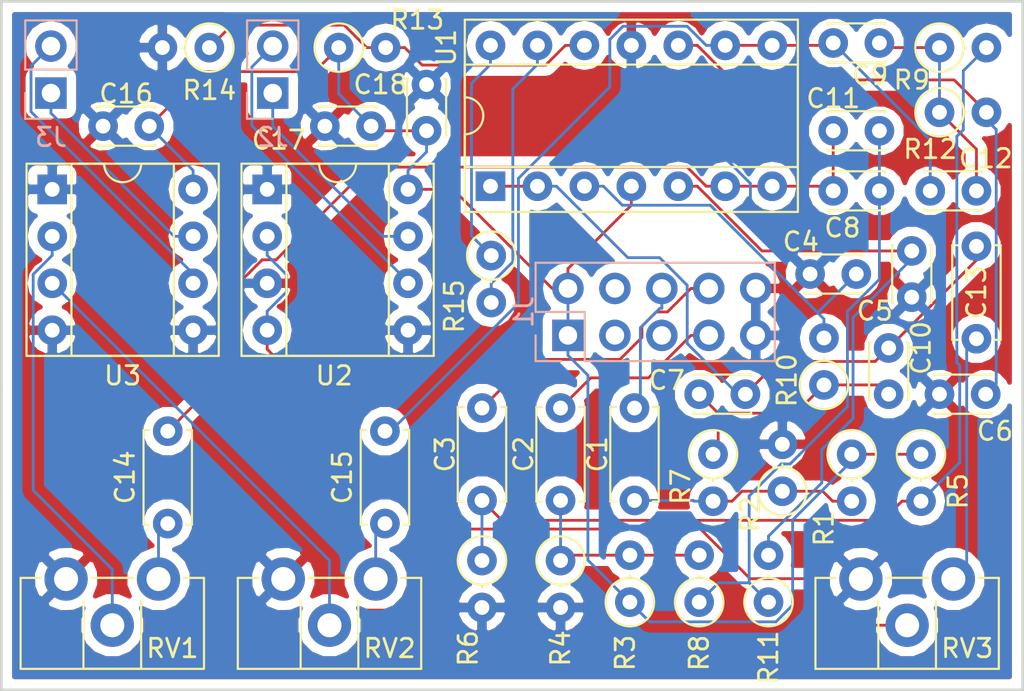
<source format=kicad_pcb>
(kicad_pcb (version 4) (host pcbnew 4.0.6)
  (title_block (title "Sound Fix for gbreveng board") (date 2020-08-08) (rev 1) (company "Author: Michael Singer") (comment 1 https://sourceforge.net/projects/iceboy/) (comment 2 http://iceboy.a-singer.de/))
  (layers (0 F.Cu signal) (31 B.Cu signal) (34 B.Paste user) (35 F.Paste user) (36 B.SilkS user) (37 F.SilkS user) (38 B.Mask user) (39 F.Mask user) (44 Edge.Cuts user))
  (net 0 "")
  (net 1 "Net-(C1-Pad1)")
  (net 2 "Net-(C1-Pad2)")
  (net 3 "Net-(C2-Pad1)")
  (net 4 "Net-(C2-Pad2)")
  (net 5 "Net-(C3-Pad1)")
  (net 6 "Net-(C3-Pad2)")
  (net 7 GND)
  (net 8 "Net-(C4-Pad2)")
  (net 9 "Net-(C5-Pad1)")
  (net 10 "Net-(C6-Pad1)")
  (net 11 "Net-(C10-Pad1)")
  (net 12 "Net-(C10-Pad2)")
  (net 13 "Net-(C11-Pad1)")
  (net 14 "Net-(C11-Pad2)")
  (net 15 "Net-(C12-Pad1)")
  (net 16 "Net-(C12-Pad2)")
  (net 17 "Net-(C13-Pad1)")
  (net 18 "Net-(C14-Pad1)")
  (net 19 "Net-(C15-Pad1)")
  (net 20 VCC)
  (net 21 "Net-(J1-Pad3)")
  (net 22 "Net-(J1-Pad4)")
  (net 23 "Net-(J1-Pad5)")
  (net 24 "Net-(J2-Pad1)")
  (net 25 "Net-(J2-Pad2)")
  (net 26 "Net-(J3-Pad1)")
  (net 27 "Net-(J3-Pad2)")
  (net 28 "Net-(R13-Pad2)")
  (net 29 "Net-(R15-Pad1)")
  (net 30 "Net-(R15-Pad2)")
  (net 31 "Net-(RV1-Pad2)")
  (net 32 "Net-(RV2-Pad2)")
  (net 33 "Net-(RV3-Pad2)")
  (module Potentiometers:Potentiometer_Trimmer_ACP_CA9h2.5_Vertical_Px2.5mm_Py5.0mm (layer F.Cu) (at 87.25 173.25 270)
    (fp_text reference RV2 (at 3.75 -0.75 360) (layer F.SilkS))
    (fp_text value 100k)
    (pad 3 thru_hole circle (at 0 5 270) (size 2.34 2.34) (drill 1.3) (layers *.Cu *.Mask) (net 7 GND))
    (pad 2 thru_hole circle (at 2.5 2.5 270) (size 2.34 2.34) (drill 1.3) (layers *.Cu *.Mask) (net 32 "Net-(RV2-Pad2)"))
    (pad 1 thru_hole circle (at 0 0 270) (size 2.34 2.34) (drill 1.3) (layers *.Cu *.Mask) (net 19 "Net-(C15-Pad1)"))
  )
  (module Potentiometers:Potentiometer_Trimmer_ACP_CA9h2.5_Vertical_Px2.5mm_Py5.0mm (layer F.Cu) (at 75.5 173.25 270)
    (fp_text reference RV1 (at 3.75 -0.75 540) (layer F.SilkS))
    (fp_text value 100k)
    (pad 3 thru_hole circle (at 0 5 270) (size 2.34 2.34) (drill 1.3) (layers *.Cu *.Mask) (net 7 GND))
    (pad 2 thru_hole circle (at 2.5 2.5 270) (size 2.34 2.34) (drill 1.3) (layers *.Cu *.Mask) (net 31 "Net-(RV1-Pad2)"))
    (pad 1 thru_hole circle (at 0 0 270) (size 2.34 2.34) (drill 1.3) (layers *.Cu *.Mask) (net 18 "Net-(C14-Pad1)"))
  )
  (module Potentiometers:Potentiometer_Trimmer_ACP_CA9h2.5_Vertical_Px2.5mm_Py5.0mm (layer F.Cu) (at 118.5 173.25 270)
    (fp_text reference RV3 (at 3.75 -0.75 360) (layer F.SilkS))
    (fp_text value 100k)
    (pad 3 thru_hole circle (at 0 5 270) (size 2.34 2.34) (drill 1.3) (layers *.Cu *.Mask) (net 7 GND))
    (pad 2 thru_hole circle (at 2.5 2.5 270) (size 2.34 2.34) (drill 1.3) (layers *.Cu *.Mask) (net 33 "Net-(RV3-Pad2)"))
    (pad 1 thru_hole circle (at 0 0 270) (size 2.34 2.34) (drill 1.3) (layers *.Cu *.Mask) (net 17 "Net-(C13-Pad1)"))
  )
  (module Pin_Headers:Pin_Header_Straight_2x05_Pitch2.54mm (layer B.Cu) (at 97.7 160.1 270)
    (fp_text reference J1 (at -1.3 2.43869 270) (layer B.SilkS) (effects (justify mirror)))
    (fp_text value CONN_02X05)
    (pad 1 thru_hole rect (at -0.03 0.04869 270) (size 1.7 1.7) (drill 1) (layers *.Cu *.Mask) (net 20 VCC))
    (pad 2 thru_hole oval (at -2.57 0.04869 270) (size 1.7 1.7) (drill 1) (layers *.Cu *.Mask) (net 20 VCC))
    (pad 3 thru_hole oval (at -0.03 -2.49131 270) (size 1.7 1.7) (drill 1) (layers *.Cu *.Mask) (net 21 "Net-(J1-Pad3)"))
    (pad 4 thru_hole oval (at -2.57 -2.49131 270) (size 1.7 1.7) (drill 1) (layers *.Cu *.Mask) (net 22 "Net-(J1-Pad4)"))
    (pad 5 thru_hole oval (at -0.03 -5.03131 270) (size 1.7 1.7) (drill 1) (layers *.Cu *.Mask) (net 23 "Net-(J1-Pad5)"))
    (pad 6 thru_hole oval (at -2.57 -5.03131 270) (size 1.7 1.7) (drill 1) (layers *.Cu *.Mask) (net 2 "Net-(C1-Pad2)"))
    (pad 7 thru_hole oval (at -0.03 -7.57131 270) (size 1.7 1.7) (drill 1) (layers *.Cu *.Mask) (net 4 "Net-(C2-Pad2)"))
    (pad 8 thru_hole oval (at -2.57 -7.57131 270) (size 1.7 1.7) (drill 1) (layers *.Cu *.Mask) (net 6 "Net-(C3-Pad2)"))
    (pad 9 thru_hole oval (at -0.03 -10.11131 270) (size 1.7 1.7) (drill 1) (layers *.Cu *.Mask) (net 7 GND))
    (pad 10 thru_hole oval (at -2.57 -10.11131 270) (size 1.7 1.7) (drill 1) (layers *.Cu *.Mask) (net 7 GND))
  )
  (module Capacitors_THT:C_Disc_D5.0mm_W2.5mm_P5.00mm (layer F.Cu) (at 101.25 169 90)
    (fp_text reference C1 (at 2.5 -2 90) (layer F.SilkS))
    (fp_text value 1µ)
    (pad 1 thru_hole circle (at 0 0 90) (size 1.6 1.6) (drill 0.8) (layers *.Cu *.Mask) (net 1 "Net-(C1-Pad1)"))
    (pad 2 thru_hole circle (at 5 0 90) (size 1.6 1.6) (drill 0.8) (layers *.Cu *.Mask) (net 2 "Net-(C1-Pad2)"))
  )
  (module Capacitors_THT:C_Disc_D5.0mm_W2.5mm_P5.00mm (layer F.Cu) (at 97.25 169 90)
    (fp_text reference C2 (at 2.5 -2 90) (layer F.SilkS))
    (fp_text value 1µ)
    (pad 1 thru_hole circle (at 0 0 90) (size 1.6 1.6) (drill 0.8) (layers *.Cu *.Mask) (net 3 "Net-(C2-Pad1)"))
    (pad 2 thru_hole circle (at 5 0 90) (size 1.6 1.6) (drill 0.8) (layers *.Cu *.Mask) (net 4 "Net-(C2-Pad2)"))
  )
  (module Capacitors_THT:C_Disc_D5.0mm_W2.5mm_P5.00mm (layer F.Cu) (at 93 169 90)
    (fp_text reference C3 (at 2.5 -2 90) (layer F.SilkS))
    (fp_text value 1µ)
    (pad 1 thru_hole circle (at 0 0 90) (size 1.6 1.6) (drill 0.8) (layers *.Cu *.Mask) (net 5 "Net-(C3-Pad1)"))
    (pad 2 thru_hole circle (at 5 0 90) (size 1.6 1.6) (drill 0.8) (layers *.Cu *.Mask) (net 6 "Net-(C3-Pad2)"))
  )
  (module Capacitors_THT:C_Disc_D3.0mm_W2.0mm_P2.50mm (layer F.Cu) (at 110.75 156.75)
    (fp_text reference C4 (at -0.5 -1.75) (layer F.SilkS))
    (fp_text value 1n)
    (pad 1 thru_hole circle (at 0 0) (size 1.6 1.6) (drill 0.8) (layers *.Cu *.Mask) (net 7 GND))
    (pad 2 thru_hole circle (at 2.5 0) (size 1.6 1.6) (drill 0.8) (layers *.Cu *.Mask) (net 8 "Net-(C4-Pad2)"))
  )
  (module Capacitors_THT:C_Disc_D3.0mm_W2.0mm_P2.50mm (layer F.Cu) (at 116.25 155.5 270)
    (fp_text reference C5 (at 3.25 2 360) (layer F.SilkS))
    (fp_text value 1n)
    (pad 1 thru_hole circle (at 0 0 270) (size 1.6 1.6) (drill 0.8) (layers *.Cu *.Mask) (net 9 "Net-(C5-Pad1)"))
    (pad 2 thru_hole circle (at 2.5 0 270) (size 1.6 1.6) (drill 0.8) (layers *.Cu *.Mask) (net 7 GND))
  )
  (module Capacitors_THT:C_Disc_D3.0mm_W2.0mm_P2.50mm (layer F.Cu) (at 120.25 163.25 180)
    (fp_text reference C6 (at -0.5 -2 180) (layer F.SilkS))
    (fp_text value 1n)
    (pad 1 thru_hole circle (at 0 0 180) (size 1.6 1.6) (drill 0.8) (layers *.Cu *.Mask) (net 10 "Net-(C6-Pad1)"))
    (pad 2 thru_hole circle (at 2.5 0 180) (size 1.6 1.6) (drill 0.8) (layers *.Cu *.Mask) (net 7 GND))
  )
  (module Capacitors_THT:C_Disc_D3.0mm_W2.0mm_P2.50mm (layer F.Cu) (at 104.75 163.25)
    (fp_text reference C7 (at -1.75 -0.75) (layer F.SilkS))
    (fp_text value 1n)
    (pad 1 thru_hole circle (at 0 0) (size 1.6 1.6) (drill 0.8) (layers *.Cu *.Mask) (net 11 "Net-(C10-Pad1)"))
    (pad 2 thru_hole circle (at 2.5 0) (size 1.6 1.6) (drill 0.8) (layers *.Cu *.Mask) (net 12 "Net-(C10-Pad2)"))
  )
  (module Capacitors_THT:C_Disc_D3.0mm_W2.0mm_P2.50mm (layer F.Cu) (at 114.5 152.25 180)
    (fp_text reference C8 (at 2 -2 180) (layer F.SilkS))
    (fp_text value 1n)
    (pad 1 thru_hole circle (at 0 0 180) (size 1.6 1.6) (drill 0.8) (layers *.Cu *.Mask) (net 13 "Net-(C11-Pad1)"))
    (pad 2 thru_hole circle (at 2.5 0 180) (size 1.6 1.6) (drill 0.8) (layers *.Cu *.Mask) (net 14 "Net-(C11-Pad2)"))
  )
  (module Capacitors_THT:C_Disc_D3.0mm_W2.0mm_P2.50mm (layer F.Cu) (at 114.5 144.25 180)
    (fp_text reference C9 (at 0.5 -1.75 180) (layer F.SilkS))
    (fp_text value 1n)
    (pad 1 thru_hole circle (at 0 0 180) (size 1.6 1.6) (drill 0.8) (layers *.Cu *.Mask) (net 15 "Net-(C12-Pad1)"))
    (pad 2 thru_hole circle (at 2.5 0 180) (size 1.6 1.6) (drill 0.8) (layers *.Cu *.Mask) (net 16 "Net-(C12-Pad2)"))
  )
  (module Capacitors_THT:C_Disc_D3.0mm_W2.0mm_P2.50mm (layer F.Cu) (at 115 163.25 90)
    (fp_text reference C10 (at 2.5 1.75 90) (layer F.SilkS))
    (fp_text value 1n)
    (pad 1 thru_hole circle (at 0 0 90) (size 1.6 1.6) (drill 0.8) (layers *.Cu *.Mask) (net 11 "Net-(C10-Pad1)"))
    (pad 2 thru_hole circle (at 2.5 0 90) (size 1.6 1.6) (drill 0.8) (layers *.Cu *.Mask) (net 12 "Net-(C10-Pad2)"))
  )
  (module Capacitors_THT:C_Disc_D3.0mm_W2.0mm_P2.50mm (layer F.Cu) (at 114.5 149 180)
    (fp_text reference C11 (at 2.5 1.75 180) (layer F.SilkS))
    (fp_text value 1n)
    (pad 1 thru_hole circle (at 0 0 180) (size 1.6 1.6) (drill 0.8) (layers *.Cu *.Mask) (net 13 "Net-(C11-Pad1)"))
    (pad 2 thru_hole circle (at 2.5 0 180) (size 1.6 1.6) (drill 0.8) (layers *.Cu *.Mask) (net 14 "Net-(C11-Pad2)"))
  )
  (module Capacitors_THT:C_Disc_D3.0mm_W2.0mm_P2.50mm (layer F.Cu) (at 119.75 152.25 180)
    (fp_text reference C12 (at -0.5 1.75 360) (layer F.SilkS))
    (fp_text value 1n)
    (pad 1 thru_hole circle (at 0 0 180) (size 1.6 1.6) (drill 0.8) (layers *.Cu *.Mask) (net 15 "Net-(C12-Pad1)"))
    (pad 2 thru_hole circle (at 2.5 0 180) (size 1.6 1.6) (drill 0.8) (layers *.Cu *.Mask) (net 16 "Net-(C12-Pad2)"))
  )
  (module Capacitors_THT:C_Disc_D5.0mm_W2.5mm_P5.00mm (layer F.Cu) (at 119.75 160.25 90)
    (fp_text reference C13 (at 2.5 0 90) (layer F.SilkS))
    (fp_text value 1µ)
    (pad 1 thru_hole circle (at 0 0 90) (size 1.6 1.6) (drill 0.8) (layers *.Cu *.Mask) (net 17 "Net-(C13-Pad1)"))
    (pad 2 thru_hole circle (at 5 0 90) (size 1.6 1.6) (drill 0.8) (layers *.Cu *.Mask) (net 12 "Net-(C10-Pad2)"))
  )
  (module Capacitors_THT:C_Disc_D5.0mm_W2.5mm_P5.00mm (layer F.Cu) (at 76 170.25 90)
    (fp_text reference C14 (at 2.5 -2.31 90) (layer F.SilkS))
    (fp_text value 1µ)
    (pad 1 thru_hole circle (at 0 0 90) (size 1.6 1.6) (drill 0.8) (layers *.Cu *.Mask) (net 18 "Net-(C14-Pad1)"))
    (pad 2 thru_hole circle (at 5 0 90) (size 1.6 1.6) (drill 0.8) (layers *.Cu *.Mask) (net 14 "Net-(C11-Pad2)"))
  )
  (module Capacitors_THT:C_Disc_D5.0mm_W2.5mm_P5.00mm (layer F.Cu) (at 87.75 170.25 90)
    (fp_text reference C15 (at 2.5 -2.31 90) (layer F.SilkS))
    (fp_text value 1µ)
    (pad 1 thru_hole circle (at 0 0 90) (size 1.6 1.6) (drill 0.8) (layers *.Cu *.Mask) (net 19 "Net-(C15-Pad1)"))
    (pad 2 thru_hole circle (at 5 0 90) (size 1.6 1.6) (drill 0.8) (layers *.Cu *.Mask) (net 16 "Net-(C12-Pad2)"))
  )
  (module Capacitors_THT:C_Disc_D3.0mm_W2.0mm_P2.50mm (layer F.Cu) (at 75 148.75 180)
    (fp_text reference C16 (at 1.25 1.75 180) (layer F.SilkS))
    (fp_text value 100n)
    (pad 1 thru_hole circle (at 0 0 180) (size 1.6 1.6) (drill 0.8) (layers *.Cu *.Mask) (net 20 VCC))
    (pad 2 thru_hole circle (at 2.5 0 180) (size 1.6 1.6) (drill 0.8) (layers *.Cu *.Mask) (net 7 GND))
  )
  (module Capacitors_THT:C_Disc_D3.0mm_W2.0mm_P2.50mm (layer F.Cu) (at 87 148.75 180)
    (fp_text reference C17 (at 5 -0.75 180) (layer F.SilkS))
    (fp_text value 100n)
    (pad 1 thru_hole circle (at 0 0 180) (size 1.6 1.6) (drill 0.8) (layers *.Cu *.Mask) (net 20 VCC))
    (pad 2 thru_hole circle (at 2.5 0 180) (size 1.6 1.6) (drill 0.8) (layers *.Cu *.Mask) (net 7 GND))
  )
  (module Capacitors_THT:C_Disc_D3.0mm_W2.0mm_P2.50mm (layer F.Cu) (at 90 149 90)
    (fp_text reference C18 (at 2.5 -2.5 180) (layer F.SilkS))
    (fp_text value 100n)
    (pad 1 thru_hole circle (at 0 0 90) (size 1.6 1.6) (drill 0.8) (layers *.Cu *.Mask) (net 20 VCC))
    (pad 2 thru_hole circle (at 2.5 0 90) (size 1.6 1.6) (drill 0.8) (layers *.Cu *.Mask) (net 7 GND))
  )
  (module Pin_Headers:Pin_Header_Straight_1x02_Pitch2.54mm (layer B.Cu) (at 81.68 146.96)
    (fp_text reference J2 (at 0 2.39) (layer B.SilkS) (effects (justify mirror)))
    (fp_text value CONN_01X02)
    (pad 1 thru_hole rect (at 0 0) (size 1.7 1.7) (drill 1) (layers *.Cu *.Mask) (net 24 "Net-(J2-Pad1)"))
    (pad 2 thru_hole oval (at 0 -2.54) (size 1.7 1.7) (drill 1) (layers *.Cu *.Mask) (net 25 "Net-(J2-Pad2)"))
  )
  (module Pin_Headers:Pin_Header_Straight_1x02_Pitch2.54mm (layer B.Cu) (at 69.68 146.96)
    (fp_text reference J3 (at 0 2.39) (layer B.SilkS) (effects (justify mirror)))
    (fp_text value CONN_01X02)
    (pad 1 thru_hole rect (at 0 0) (size 1.7 1.7) (drill 1) (layers *.Cu *.Mask) (net 26 "Net-(J3-Pad1)"))
    (pad 2 thru_hole oval (at 0 -2.54) (size 1.7 1.7) (drill 1) (layers *.Cu *.Mask) (net 27 "Net-(J3-Pad2)"))
  )
  (module Resistors_THT:R_Axial_DIN0207_L6.3mm_D2.5mm_P2.54mm_Vertical (layer F.Cu) (at 113 166.5 270)
    (fp_text reference R1 (at 4 1.5 450) (layer F.SilkS))
    (fp_text value 100k)
    (pad 1 thru_hole circle (at 0 0 270) (size 1.6 1.6) (drill 0.8) (layers *.Cu *.Mask) (net 20 VCC))
    (pad 2 thru_hole oval (at 2.54 0 270) (size 1.6 1.6) (drill 0.8) (layers *.Cu *.Mask) (net 1 "Net-(C1-Pad1)"))
  )
  (module Resistors_THT:R_Axial_DIN0207_L6.3mm_D2.5mm_P2.54mm_Vertical (layer F.Cu) (at 109.25 168.5 90)
    (fp_text reference R2 (at -1.25 -1.75 270) (layer F.SilkS))
    (fp_text value 100k)
    (pad 1 thru_hole circle (at 0 0 90) (size 1.6 1.6) (drill 0.8) (layers *.Cu *.Mask) (net 1 "Net-(C1-Pad1)"))
    (pad 2 thru_hole oval (at 2.54 0 90) (size 1.6 1.6) (drill 0.8) (layers *.Cu *.Mask) (net 7 GND))
  )
  (module Resistors_THT:R_Axial_DIN0207_L6.3mm_D2.5mm_P2.54mm_Vertical (layer F.Cu) (at 101 174.5 90)
    (fp_text reference R3 (at -2.75 -0.25 270) (layer F.SilkS))
    (fp_text value 100k)
    (pad 1 thru_hole circle (at 0 0 90) (size 1.6 1.6) (drill 0.8) (layers *.Cu *.Mask) (net 20 VCC))
    (pad 2 thru_hole oval (at 2.54 0 90) (size 1.6 1.6) (drill 0.8) (layers *.Cu *.Mask) (net 3 "Net-(C2-Pad1)"))
  )
  (module Resistors_THT:R_Axial_DIN0207_L6.3mm_D2.5mm_P2.54mm_Vertical (layer F.Cu) (at 97.25 172.25 270)
    (fp_text reference R4 (at 4.75 0 270) (layer F.SilkS))
    (fp_text value 100k)
    (pad 1 thru_hole circle (at 0 0 270) (size 1.6 1.6) (drill 0.8) (layers *.Cu *.Mask) (net 3 "Net-(C2-Pad1)"))
    (pad 2 thru_hole oval (at 2.54 0 270) (size 1.6 1.6) (drill 0.8) (layers *.Cu *.Mask) (net 7 GND))
  )
  (module Resistors_THT:R_Axial_DIN0207_L6.3mm_D2.5mm_P2.54mm_Vertical (layer F.Cu) (at 116.75 166.5 270)
    (fp_text reference R5 (at 2 -2 270) (layer F.SilkS))
    (fp_text value 100k)
    (pad 1 thru_hole circle (at 0 0 270) (size 1.6 1.6) (drill 0.8) (layers *.Cu *.Mask) (net 20 VCC))
    (pad 2 thru_hole oval (at 2.54 0 270) (size 1.6 1.6) (drill 0.8) (layers *.Cu *.Mask) (net 5 "Net-(C3-Pad1)"))
  )
  (module Resistors_THT:R_Axial_DIN0207_L6.3mm_D2.5mm_P2.54mm_Vertical (layer F.Cu) (at 93 172.25 270)
    (fp_text reference R6 (at 4.75 0.75 450) (layer F.SilkS))
    (fp_text value 100k)
    (pad 1 thru_hole circle (at 0 0 270) (size 1.6 1.6) (drill 0.8) (layers *.Cu *.Mask) (net 5 "Net-(C3-Pad1)"))
    (pad 2 thru_hole oval (at 2.54 0 270) (size 1.6 1.6) (drill 0.8) (layers *.Cu *.Mask) (net 7 GND))
  )
  (module Resistors_THT:R_Axial_DIN0207_L6.3mm_D2.5mm_P2.54mm_Vertical (layer F.Cu) (at 105.5 166.5 270)
    (fp_text reference R7 (at 1.75 1.75 270) (layer F.SilkS))
    (fp_text value 10k)
    (pad 1 thru_hole circle (at 0 0 270) (size 1.6 1.6) (drill 0.8) (layers *.Cu *.Mask) (net 11 "Net-(C10-Pad1)"))
    (pad 2 thru_hole oval (at 2.54 0 270) (size 1.6 1.6) (drill 0.8) (layers *.Cu *.Mask) (net 1 "Net-(C1-Pad1)"))
  )
  (module Resistors_THT:R_Axial_DIN0207_L6.3mm_D2.5mm_P2.54mm_Vertical (layer F.Cu) (at 104.75 174.5 90)
    (fp_text reference R8 (at -2.75 0 90) (layer F.SilkS))
    (fp_text value 10k)
    (pad 1 thru_hole circle (at 0 0 90) (size 1.6 1.6) (drill 0.8) (layers *.Cu *.Mask) (net 13 "Net-(C11-Pad1)"))
    (pad 2 thru_hole oval (at 2.54 0 90) (size 1.6 1.6) (drill 0.8) (layers *.Cu *.Mask) (net 3 "Net-(C2-Pad1)"))
  )
  (module Resistors_THT:R_Axial_DIN0207_L6.3mm_D2.5mm_P2.54mm_Vertical (layer F.Cu) (at 117.75 144.5)
    (fp_text reference R9 (at -1.5 1.75) (layer F.SilkS))
    (fp_text value 10k)
    (pad 1 thru_hole circle (at 0 0) (size 1.6 1.6) (drill 0.8) (layers *.Cu *.Mask) (net 15 "Net-(C12-Pad1)"))
    (pad 2 thru_hole oval (at 2.54 0) (size 1.6 1.6) (drill 0.8) (layers *.Cu *.Mask) (net 5 "Net-(C3-Pad1)"))
  )
  (module Resistors_THT:R_Axial_DIN0207_L6.3mm_D2.5mm_P2.54mm_Vertical (layer F.Cu) (at 111.5 162.75 90)
    (fp_text reference R10 (at 0.25 -2 90) (layer F.SilkS))
    (fp_text value 10k)
    (pad 1 thru_hole circle (at 0 0 90) (size 1.6 1.6) (drill 0.8) (layers *.Cu *.Mask) (net 11 "Net-(C10-Pad1)"))
    (pad 2 thru_hole oval (at 2.54 0 90) (size 1.6 1.6) (drill 0.8) (layers *.Cu *.Mask) (net 8 "Net-(C4-Pad2)"))
  )
  (module Resistors_THT:R_Axial_DIN0207_L6.3mm_D2.5mm_P2.54mm_Vertical (layer F.Cu) (at 108.5 174.5 90)
    (fp_text reference R11 (at -3 0 90) (layer F.SilkS))
    (fp_text value 10k)
    (pad 1 thru_hole circle (at 0 0 90) (size 1.6 1.6) (drill 0.8) (layers *.Cu *.Mask) (net 13 "Net-(C11-Pad1)"))
    (pad 2 thru_hole oval (at 2.54 0 90) (size 1.6 1.6) (drill 0.8) (layers *.Cu *.Mask) (net 9 "Net-(C5-Pad1)"))
  )
  (module Resistors_THT:R_Axial_DIN0207_L6.3mm_D2.5mm_P2.54mm_Vertical (layer F.Cu) (at 117.75 148)
    (fp_text reference R12 (at -0.5 2 180) (layer F.SilkS))
    (fp_text value 10k)
    (pad 1 thru_hole circle (at 0 0) (size 1.6 1.6) (drill 0.8) (layers *.Cu *.Mask) (net 15 "Net-(C12-Pad1)"))
    (pad 2 thru_hole oval (at 2.54 0) (size 1.6 1.6) (drill 0.8) (layers *.Cu *.Mask) (net 10 "Net-(C6-Pad1)"))
  )
  (module Resistors_THT:R_Axial_DIN0207_L6.3mm_D2.5mm_P2.54mm_Vertical (layer F.Cu) (at 85.25 144.5)
    (fp_text reference R13 (at 4.25 -1.5) (layer F.SilkS))
    (fp_text value 100k)
    (pad 1 thru_hole circle (at 0 0) (size 1.6 1.6) (drill 0.8) (layers *.Cu *.Mask) (net 20 VCC))
    (pad 2 thru_hole oval (at 2.54 0) (size 1.6 1.6) (drill 0.8) (layers *.Cu *.Mask) (net 28 "Net-(R13-Pad2)"))
  )
  (module Resistors_THT:R_Axial_DIN0207_L6.3mm_D2.5mm_P2.54mm_Vertical (layer F.Cu) (at 78.25 144.5 180)
    (fp_text reference R14 (at 0 -2.31 180) (layer F.SilkS))
    (fp_text value 100k)
    (pad 1 thru_hole circle (at 0 0 180) (size 1.6 1.6) (drill 0.8) (layers *.Cu *.Mask) (net 28 "Net-(R13-Pad2)"))
    (pad 2 thru_hole oval (at 2.54 0 180) (size 1.6 1.6) (drill 0.8) (layers *.Cu *.Mask) (net 7 GND))
  )
  (module Resistors_THT:R_Axial_DIN0207_L6.3mm_D2.5mm_P2.54mm_Vertical (layer F.Cu) (at 93.5 155.75 270)
    (fp_text reference R15 (at 2.75 2 450) (layer F.SilkS))
    (fp_text value 100k)
    (pad 1 thru_hole circle (at 0 0 270) (size 1.6 1.6) (drill 0.8) (layers *.Cu *.Mask) (net 29 "Net-(R15-Pad1)"))
    (pad 2 thru_hole oval (at 2.54 0 270) (size 1.6 1.6) (drill 0.8) (layers *.Cu *.Mask) (net 30 "Net-(R15-Pad2)"))
  )
  (module Housings_DIP:DIP-14_W7.62mm_Socket (layer F.Cu) (at 93.46 152 90)
    (fp_text reference U1 (at 7.5 -2.39 90) (layer F.SilkS))
    (fp_text value TL074)
    (pad 1 thru_hole rect (at 0 0 90) (size 1.6 1.6) (drill 0.8) (layers *.Cu *.Mask) (net 12 "Net-(C10-Pad2)"))
    (pad 8 thru_hole oval (at 7.62 15.24 90) (size 1.6 1.6) (drill 0.8) (layers *.Cu *.Mask) (net 16 "Net-(C12-Pad2)"))
    (pad 2 thru_hole oval (at 0 2.54 90) (size 1.6 1.6) (drill 0.8) (layers *.Cu *.Mask) (net 12 "Net-(C10-Pad2)"))
    (pad 9 thru_hole oval (at 7.62 12.7 90) (size 1.6 1.6) (drill 0.8) (layers *.Cu *.Mask) (net 16 "Net-(C12-Pad2)"))
    (pad 3 thru_hole oval (at 0 5.08 90) (size 1.6 1.6) (drill 0.8) (layers *.Cu *.Mask) (net 8 "Net-(C4-Pad2)"))
    (pad 10 thru_hole oval (at 7.62 10.16 90) (size 1.6 1.6) (drill 0.8) (layers *.Cu *.Mask) (net 10 "Net-(C6-Pad1)"))
    (pad 4 thru_hole oval (at 0 7.62 90) (size 1.6 1.6) (drill 0.8) (layers *.Cu *.Mask) (net 20 VCC))
    (pad 11 thru_hole oval (at 7.62 7.62 90) (size 1.6 1.6) (drill 0.8) (layers *.Cu *.Mask) (net 7 GND))
    (pad 5 thru_hole oval (at 0 10.16 90) (size 1.6 1.6) (drill 0.8) (layers *.Cu *.Mask) (net 9 "Net-(C5-Pad1)"))
    (pad 12 thru_hole oval (at 7.62 5.08 90) (size 1.6 1.6) (drill 0.8) (layers *.Cu *.Mask) (net 28 "Net-(R13-Pad2)"))
    (pad 6 thru_hole oval (at 0 12.7 90) (size 1.6 1.6) (drill 0.8) (layers *.Cu *.Mask) (net 14 "Net-(C11-Pad2)"))
    (pad 13 thru_hole oval (at 7.62 2.54 90) (size 1.6 1.6) (drill 0.8) (layers *.Cu *.Mask) (net 30 "Net-(R15-Pad2)"))
    (pad 7 thru_hole oval (at 0 15.24 90) (size 1.6 1.6) (drill 0.8) (layers *.Cu *.Mask) (net 14 "Net-(C11-Pad2)"))
    (pad 14 thru_hole oval (at 7.62 0 90) (size 1.6 1.6) (drill 0.8) (layers *.Cu *.Mask) (net 29 "Net-(R15-Pad1)"))
  )
  (module Housings_DIP:DIP-8_W7.62mm_Socket (layer F.Cu) (at 81.38 152.17)
    (fp_text reference U2 (at 3.62 10.08) (layer F.SilkS))
    (fp_text value TDA7050)
    (pad 1 thru_hole rect (at 0 0) (size 1.6 1.6) (drill 0.8) (layers *.Cu *.Mask) (net 7 GND))
    (pad 5 thru_hole oval (at 7.62 7.62) (size 1.6 1.6) (drill 0.8) (layers *.Cu *.Mask) (net 7 GND))
    (pad 2 thru_hole oval (at 0 2.54) (size 1.6 1.6) (drill 0.8) (layers *.Cu *.Mask) (net 33 "Net-(RV3-Pad2)"))
    (pad 6 thru_hole oval (at 7.62 5.08) (size 1.6 1.6) (drill 0.8) (layers *.Cu *.Mask) (net 25 "Net-(J2-Pad2)"))
    (pad 3 thru_hole oval (at 0 5.08) (size 1.6 1.6) (drill 0.8) (layers *.Cu *.Mask) (net 7 GND))
    (pad 7 thru_hole oval (at 7.62 2.54) (size 1.6 1.6) (drill 0.8) (layers *.Cu *.Mask) (net 24 "Net-(J2-Pad1)"))
    (pad 4 thru_hole oval (at 0 7.62) (size 1.6 1.6) (drill 0.8) (layers *.Cu *.Mask) (net 33 "Net-(RV3-Pad2)"))
    (pad 8 thru_hole oval (at 7.62 0) (size 1.6 1.6) (drill 0.8) (layers *.Cu *.Mask) (net 20 VCC))
  )
  (module Housings_DIP:DIP-8_W7.62mm_Socket (layer F.Cu) (at 69.75 152.17)
    (fp_text reference U3 (at 3.81 10.08) (layer F.SilkS))
    (fp_text value TDA7050)
    (pad 1 thru_hole rect (at 0 0) (size 1.6 1.6) (drill 0.8) (layers *.Cu *.Mask) (net 7 GND))
    (pad 5 thru_hole oval (at 7.62 7.62) (size 1.6 1.6) (drill 0.8) (layers *.Cu *.Mask) (net 7 GND))
    (pad 2 thru_hole oval (at 0 2.54) (size 1.6 1.6) (drill 0.8) (layers *.Cu *.Mask) (net 31 "Net-(RV1-Pad2)"))
    (pad 6 thru_hole oval (at 7.62 5.08) (size 1.6 1.6) (drill 0.8) (layers *.Cu *.Mask) (net 27 "Net-(J3-Pad2)"))
    (pad 3 thru_hole oval (at 0 5.08) (size 1.6 1.6) (drill 0.8) (layers *.Cu *.Mask) (net 32 "Net-(RV2-Pad2)"))
    (pad 7 thru_hole oval (at 7.62 2.54) (size 1.6 1.6) (drill 0.8) (layers *.Cu *.Mask) (net 26 "Net-(J3-Pad1)"))
    (pad 4 thru_hole oval (at 0 7.62) (size 1.6 1.6) (drill 0.8) (layers *.Cu *.Mask) (net 7 GND))
    (pad 8 thru_hole oval (at 7.62 0) (size 1.6 1.6) (drill 0.8) (layers *.Cu *.Mask) (net 20 VCC))
  )
  (gr_line (start 67 179.25) (end 67 163) (layer Edge.Cuts) (width 0.15))
  (gr_line (start 122.25 179.25) (end 67 179.25) (layer Edge.Cuts) (width 0.15))
  (gr_line (start 122.25 142) (end 122.25 179.25) (layer Edge.Cuts) (width 0.15))
  (gr_line (start 111 142) (end 122.25 142) (layer Edge.Cuts) (width 0.15))
  (gr_line (start 67 163) (end 67 142) (layer Edge.Cuts) (width 0.15))
  (gr_line (start 67 142) (end 111 142) (layer Edge.Cuts) (width 0.15))
  (segment (start 105.5 169.04) (end 106.5283 169.04) (width 0.152) (layer F.Cu) (net 1))
  (segment (start 104.4317 169) (end 101.25 169) (width 0.152) (layer B.Cu) (net 1))
  (segment (start 104.4717 169.04) (end 104.4317 169) (width 0.152) (layer B.Cu) (net 1))
  (segment (start 105.5 169.04) (end 104.4717 169.04) (width 0.152) (layer B.Cu) (net 1))
  (segment (start 107.0683 168.5) (end 109.25 168.5) (width 0.152) (layer F.Cu) (net 1))
  (segment (start 106.5283 169.04) (end 107.0683 168.5) (width 0.152) (layer F.Cu) (net 1))
  (segment (start 111.4317 168.5) (end 111.9717 169.04) (width 0.152) (layer F.Cu) (net 1))
  (segment (start 109.25 168.5) (end 111.4317 168.5) (width 0.152) (layer F.Cu) (net 1))
  (segment (start 113 169.04) (end 111.9717 169.04) (width 0.152) (layer F.Cu) (net 1))
  (segment (start 102.6196 158.6083) (end 102.7313 158.6083) (width 0.152) (layer B.Cu) (net 2))
  (segment (start 101.5689 159.659) (end 102.6196 158.6083) (width 0.152) (layer B.Cu) (net 2))
  (segment (start 101.5689 163.6811) (end 101.5689 159.659) (width 0.152) (layer B.Cu) (net 2))
  (segment (start 101.25 164) (end 101.5689 163.6811) (width 0.152) (layer B.Cu) (net 2))
  (segment (start 102.7313 157.53) (end 102.7313 158.6083) (width 0.152) (layer B.Cu) (net 2))
  (segment (start 97.25 172.25) (end 97.25 169) (width 0.152) (layer B.Cu) (net 3))
  (segment (start 104.75 171.96) (end 101 171.96) (width 0.152) (layer F.Cu) (net 3))
  (segment (start 97.54 171.96) (end 97.25 172.25) (width 0.152) (layer F.Cu) (net 3))
  (segment (start 101 171.96) (end 97.54 171.96) (width 0.152) (layer F.Cu) (net 3))
  (segment (start 97.25 164) (end 98.8837 162.3663) (width 0.152) (layer F.Cu) (net 4))
  (segment (start 104.3047 160.07) (end 105.2713 160.07) (width 0.152) (layer F.Cu) (net 4))
  (segment (start 98.8837 162.3663) (end 102.0084 162.3663) (width 0.152) (layer F.Cu) (net 4))
  (segment (start 102.0084 162.3663) (end 104.3047 160.07) (width 0.152) (layer F.Cu) (net 4))
  (segment (start 120.29 144.5) (end 120.29 144.509728) (width 0.152) (layer B.Cu) (net 5))
  (segment (start 119.040214 148.949443) (end 118.6881 149.301557) (width 0.152) (layer B.Cu) (net 5))
  (segment (start 120.29 144.509728) (end 119.040214 145.759514) (width 0.152) (layer B.Cu) (net 5))
  (segment (start 119.040214 145.759514) (end 119.040214 148.949443) (width 0.152) (layer B.Cu) (net 5))
  (segment (start 118.6881 149.301557) (end 118.6881 161.5357) (width 0.152) (layer B.Cu) (net 5))
  (segment (start 118.6881 161.5357) (end 118.844 161.6916) (width 0.152) (layer B.Cu) (net 5))
  (segment (start 118.844 161.6916) (end 118.844 166.94451) (width 0.152) (layer B.Cu) (net 5))
  (segment (start 118.844 166.94451) (end 116.75 169.03851) (width 0.152) (layer B.Cu) (net 5))
  (segment (start 116.75 169.03851) (end 116.75 169.04) (width 0.152) (layer B.Cu) (net 5))
  (segment (start 93 172.25) (end 93 169) (width 0.152) (layer B.Cu) (net 5))
  (segment (start 116.75 169.04) (end 115.7217 169.04) (width 0.152) (layer F.Cu) (net 5))
  (segment (start 94.074 170.074) (end 93 169) (width 0.152) (layer F.Cu) (net 5))
  (segment (start 114.6877 170.074) (end 94.074 170.074) (width 0.152) (layer F.Cu) (net 5))
  (segment (start 115.7217 169.04) (end 114.6877 170.074) (width 0.152) (layer F.Cu) (net 5))
  (segment (start 93 164) (end 95.6309 161.3691) (width 0.152) (layer F.Cu) (net 6))
  (segment (start 95.6309 161.3691) (end 100.4635 161.3691) (width 0.152) (layer F.Cu) (net 6))
  (segment (start 101.6529 160.1797) (end 101.6529 159.5739) (width 0.152) (layer F.Cu) (net 6))
  (segment (start 100.4635 161.3691) (end 101.6529 160.1797) (width 0.152) (layer F.Cu) (net 6))
  (segment (start 101.6529 159.5739) (end 102.4268 158.8) (width 0.152) (layer F.Cu) (net 6))
  (segment (start 102.4268 158.8) (end 103.0347 158.8) (width 0.152) (layer F.Cu) (net 6))
  (segment (start 103.0347 158.8) (end 104.3047 157.53) (width 0.152) (layer F.Cu) (net 6))
  (segment (start 104.3047 157.53) (end 104.406554 157.53) (width 0.152) (layer F.Cu) (net 6))
  (segment (start 104.406554 157.53) (end 105.2713 157.53) (width 0.152) (layer F.Cu) (net 6))
  (segment (start 90 146.5) (end 89.20101 147.29899) (width 0.152) (layer F.Cu) (net 7))
  (segment (start 89.20101 147.29899) (end 85.95101 147.29899) (width 0.152) (layer F.Cu) (net 7))
  (segment (start 85.95101 147.29899) (end 84.5 148.75) (width 0.152) (layer F.Cu) (net 7))
  (segment (start 101.08 144.38) (end 101.08 145.762306) (width 0.152) (layer F.Cu) (net 7))
  (segment (start 101.08 145.762306) (end 99.405223 147.437083) (width 0.152) (layer F.Cu) (net 7))
  (segment (start 99.405223 147.437083) (end 90.937083 147.437083) (width 0.152) (layer F.Cu) (net 7))
  (segment (start 90.937083 147.437083) (end 90 146.5) (width 0.152) (layer F.Cu) (net 7))
  (segment (start 107.8113 157.53) (end 109.951082 157.53) (width 0.152) (layer F.Cu) (net 7))
  (segment (start 109.951082 157.53) (end 110.731082 156.75) (width 0.152) (layer F.Cu) (net 7))
  (segment (start 110.731082 156.75) (end 110.75 156.75) (width 0.152) (layer F.Cu) (net 7))
  (segment (start 116.25 158) (end 115.461191 157.211191) (width 0.152) (layer F.Cu) (net 7))
  (segment (start 115.461191 157.211191) (end 114.94908 157.211191) (width 0.152) (layer F.Cu) (net 7))
  (segment (start 114.94908 157.211191) (end 113.973067 158.187204) (width 0.152) (layer F.Cu) (net 7))
  (segment (start 113.973067 158.187204) (end 112.187204 158.187204) (width 0.152) (layer F.Cu) (net 7))
  (segment (start 112.187204 158.187204) (end 110.75 156.75) (width 0.152) (layer F.Cu) (net 7))
  (segment (start 117.75 163.25) (end 116.989206 162.489206) (width 0.152) (layer B.Cu) (net 7))
  (segment (start 116.989206 162.489206) (end 116.989206 158.718985) (width 0.152) (layer B.Cu) (net 7))
  (segment (start 116.989206 158.718985) (end 116.270221 158) (width 0.152) (layer B.Cu) (net 7))
  (segment (start 116.270221 158) (end 116.25 158) (width 0.152) (layer B.Cu) (net 7))
  (segment (start 82.25 173.25) (end 83.392147 172.107853) (width 0.152) (layer F.Cu) (net 7))
  (segment (start 83.392147 172.107853) (end 83.607853 172.107853) (width 0.152) (layer F.Cu) (net 7))
  (segment (start 86.431654 174.931654) (end 92.858346 174.931654) (width 0.152) (layer F.Cu) (net 7))
  (segment (start 92.858346 174.931654) (end 93 174.79) (width 0.152) (layer F.Cu) (net 7))
  (segment (start 81.38 152.17) (end 81.38 150.748721) (width 0.152) (layer F.Cu) (net 7))
  (segment (start 81.38 150.748721) (end 82.368821 149.7599) (width 0.152) (layer F.Cu) (net 7))
  (segment (start 82.368821 149.7599) (end 83.4901 149.7599) (width 0.152) (layer F.Cu) (net 7))
  (segment (start 83.4901 149.7599) (end 84.5 148.75) (width 0.152) (layer F.Cu) (net 7))
  (segment (start 81.38 152.17) (end 80.145598 152.17) (width 0.152) (layer B.Cu) (net 7))
  (segment (start 80.145598 152.17) (end 79.819809 152.495789) (width 0.152) (layer B.Cu) (net 7))
  (segment (start 79.819809 152.495789) (end 79.819809 156.960937) (width 0.152) (layer B.Cu) (net 7))
  (segment (start 79.819809 156.960937) (end 80.108872 157.25) (width 0.152) (layer B.Cu) (net 7))
  (segment (start 80.108872 157.25) (end 80.3517 157.25) (width 0.152) (layer B.Cu) (net 7))
  (segment (start 77.37 159.79) (end 78.768342 159.79) (width 0.152) (layer B.Cu) (net 7))
  (segment (start 78.768342 159.79) (end 79.692838 158.865504) (width 0.152) (layer B.Cu) (net 7))
  (segment (start 79.692838 158.865504) (end 79.692838 157.574631) (width 0.152) (layer B.Cu) (net 7))
  (segment (start 79.692838 157.574631) (end 80.017469 157.25) (width 0.152) (layer B.Cu) (net 7))
  (segment (start 80.017469 157.25) (end 80.3517 157.25) (width 0.152) (layer B.Cu) (net 7))
  (segment (start 69.75 159.79) (end 69.753236 159.793236) (width 0.152) (layer F.Cu) (net 7))
  (segment (start 69.753236 159.793236) (end 71.607537 159.793236) (width 0.152) (layer F.Cu) (net 7))
  (segment (start 71.607537 159.793236) (end 71.607537 158.958) (width 0.152) (layer F.Cu) (net 7))
  (segment (start 71.607537 158.958) (end 71.6103 158.958) (width 0.152) (layer F.Cu) (net 7))
  (segment (start 69.75 152.17) (end 69.75 150.764567) (width 0.152) (layer F.Cu) (net 7))
  (segment (start 69.75 150.764567) (end 70.689908 149.824659) (width 0.152) (layer F.Cu) (net 7))
  (segment (start 70.689908 149.824659) (end 71.425341 149.824659) (width 0.152) (layer F.Cu) (net 7))
  (segment (start 71.425341 149.824659) (end 72.5 148.75) (width 0.152) (layer F.Cu) (net 7))
  (segment (start 71.6103 158.958) (end 71.6103 152.7944) (width 0.152) (layer F.Cu) (net 7))
  (segment (start 71.6103 152.7944) (end 70.9859 152.17) (width 0.152) (layer F.Cu) (net 7))
  (segment (start 70.9859 152.17) (end 69.75 152.17) (width 0.152) (layer F.Cu) (net 7))
  (segment (start 69.745975 159.79) (end 69.745975 169.662575) (width 0.152) (layer F.Cu) (net 7))
  (segment (start 69.745975 169.662575) (end 71.9167 171.8333) (width 0.152) (layer F.Cu) (net 7))
  (segment (start 85.4317 157.25) (end 81.38 157.25) (width 0.152) (layer F.Cu) (net 7))
  (segment (start 87.9717 159.79) (end 85.4317 157.25) (width 0.152) (layer F.Cu) (net 7))
  (segment (start 89 159.79) (end 87.9717 159.79) (width 0.152) (layer F.Cu) (net 7))
  (segment (start 114.875 171.875) (end 113.5 173.25) (width 0.152) (layer B.Cu) (net 7))
  (segment (start 114.875 166.125) (end 114.875 171.875) (width 0.152) (layer B.Cu) (net 7))
  (segment (start 117.75 163.25) (end 114.875 166.125) (width 0.152) (layer B.Cu) (net 7))
  (segment (start 81.38 157.25) (end 80.3517 157.25) (width 0.152) (layer B.Cu) (net 7))
  (segment (start 93 174.79) (end 97.25 174.79) (width 0.152) (layer F.Cu) (net 7))
  (segment (start 77.37 159.79) (end 76.3417 159.79) (width 0.152) (layer F.Cu) (net 7))
  (segment (start 82.25 173.25) (end 80.8333 171.8333) (width 0.152) (layer F.Cu) (net 7))
  (segment (start 71.9167 171.8333) (end 70.5 173.25) (width 0.152) (layer F.Cu) (net 7))
  (segment (start 107.8113 157.53) (end 107.8113 160.07) (width 0.152) (layer B.Cu) (net 7))
  (segment (start 109.25 162.587) (end 109.25 165.96) (width 0.152) (layer B.Cu) (net 7))
  (segment (start 107.8113 161.1483) (end 109.25 162.587) (width 0.152) (layer B.Cu) (net 7))
  (segment (start 107.8113 160.07) (end 107.8113 161.1483) (width 0.152) (layer B.Cu) (net 7))
  (segment (start 72.5 148.7383) (end 75.71 145.5283) (width 0.152) (layer F.Cu) (net 7))
  (segment (start 72.5 148.75) (end 72.5 148.7383) (width 0.152) (layer F.Cu) (net 7))
  (segment (start 75.71 144.5) (end 75.71 145.5283) (width 0.152) (layer F.Cu) (net 7))
  (segment (start 107.5208 153.5208) (end 110.75 156.75) (width 0.152) (layer B.Cu) (net 7))
  (segment (start 107.5208 151.8491) (end 107.5208 153.5208) (width 0.152) (layer B.Cu) (net 7))
  (segment (start 101.08 145.4083) (end 107.5208 151.8491) (width 0.152) (layer B.Cu) (net 7))
  (segment (start 101.08 144.38) (end 101.08 145.4083) (width 0.152) (layer B.Cu) (net 7))
  (segment (start 75.5097 158.958) (end 76.3417 159.79) (width 0.152) (layer F.Cu) (net 7))
  (segment (start 71.6103 158.958) (end 75.5097 158.958) (width 0.152) (layer F.Cu) (net 7))
  (segment (start 98.54 152) (end 99.5683 152) (width 0.152) (layer B.Cu) (net 8))
  (segment (start 99.5683 152) (end 100.5966 153.0283) (width 0.152) (layer B.Cu) (net 8))
  (segment (start 100.5966 153.0283) (end 105.3466 153.0283) (width 0.152) (layer B.Cu) (net 8))
  (segment (start 105.3466 153.0283) (end 111.15915 158.84085) (width 0.152) (layer B.Cu) (net 8))
  (segment (start 111.304 158.696) (end 111.15915 158.84085) (width 0.152) (layer B.Cu) (net 8))
  (segment (start 111.15915 158.84085) (end 111.5 159.1817) (width 0.152) (layer B.Cu) (net 8))
  (segment (start 111.5 159.1817) (end 111.5 160.21) (width 0.152) (layer B.Cu) (net 8))
  (segment (start 111.304 158.696) (end 113.25 156.75) (width 0.152) (layer B.Cu) (net 8))
  (segment (start 108.5 171.96) (end 108.5 170.9317) (width 0.152) (layer B.Cu) (net 9))
  (segment (start 116.25 155.9304) (end 116.25 155.5) (width 0.152) (layer B.Cu) (net 9))
  (segment (start 113.0743 159.1061) (end 116.25 155.9304) (width 0.152) (layer B.Cu) (net 9))
  (segment (start 113.0743 164.5597) (end 113.0743 159.1061) (width 0.152) (layer B.Cu) (net 9))
  (segment (start 111.3817 166.2523) (end 113.0743 164.5597) (width 0.152) (layer B.Cu) (net 9))
  (segment (start 111.3817 168.05) (end 111.3817 166.2523) (width 0.152) (layer B.Cu) (net 9))
  (segment (start 108.5 170.9317) (end 111.3817 168.05) (width 0.152) (layer B.Cu) (net 9))
  (segment (start 108.1483 155.5) (end 116.25 155.5) (width 0.152) (layer F.Cu) (net 9))
  (segment (start 104.6483 152) (end 108.1483 155.5) (width 0.152) (layer F.Cu) (net 9))
  (segment (start 103.62 152) (end 104.6483 152) (width 0.152) (layer F.Cu) (net 9))
  (segment (start 120.29 148) (end 120.29 148.405495) (width 0.152) (layer B.Cu) (net 10))
  (segment (start 120.29 148.405495) (end 120.8202 148.935695) (width 0.152) (layer B.Cu) (net 10))
  (segment (start 120.8202 148.935695) (end 120.8202 162.6798) (width 0.152) (layer B.Cu) (net 10))
  (segment (start 120.8202 162.6798) (end 120.25 163.25) (width 0.152) (layer B.Cu) (net 10))
  (segment (start 103.62 144.38) (end 104.6483 144.38) (width 0.152) (layer F.Cu) (net 10))
  (segment (start 106.5183 146.25) (end 118.547334 146.25) (width 0.152) (layer F.Cu) (net 10))
  (segment (start 104.6483 144.38) (end 106.5183 146.25) (width 0.152) (layer F.Cu) (net 10))
  (segment (start 118.547334 146.25) (end 120.29 147.992666) (width 0.152) (layer F.Cu) (net 10))
  (segment (start 120.29 147.992666) (end 120.29 148) (width 0.152) (layer F.Cu) (net 10))
  (segment (start 114.5 162.75) (end 111.5 162.75) (width 0.152) (layer F.Cu) (net 11))
  (segment (start 115 163.25) (end 114.5 162.75) (width 0.152) (layer F.Cu) (net 11))
  (segment (start 105.7784 166.2216) (end 105.5 166.5) (width 0.152) (layer F.Cu) (net 11))
  (segment (start 105.7784 164.2784) (end 105.7784 166.2216) (width 0.152) (layer F.Cu) (net 11))
  (segment (start 109.9716 164.2784) (end 105.7784 164.2784) (width 0.152) (layer F.Cu) (net 11))
  (segment (start 111.5 162.75) (end 109.9716 164.2784) (width 0.152) (layer F.Cu) (net 11))
  (segment (start 105.7784 164.2784) (end 104.75 163.25) (width 0.152) (layer F.Cu) (net 11))
  (segment (start 96 152) (end 93.46 152) (width 0.152) (layer F.Cu) (net 12))
  (segment (start 114.27 161.48) (end 115 160.75) (width 0.152) (layer F.Cu) (net 12))
  (segment (start 109.02 161.48) (end 114.27 161.48) (width 0.152) (layer F.Cu) (net 12))
  (segment (start 107.25 163.25) (end 109.02 161.48) (width 0.152) (layer F.Cu) (net 12))
  (segment (start 119.75 156) (end 119.75 155.25) (width 0.152) (layer F.Cu) (net 12))
  (segment (start 115 160.75) (end 119.75 156) (width 0.152) (layer F.Cu) (net 12))
  (segment (start 106.8432 163.25) (end 107.25 163.25) (width 0.152) (layer B.Cu) (net 12))
  (segment (start 104.1028 160.5096) (end 106.8432 163.25) (width 0.152) (layer B.Cu) (net 12))
  (segment (start 104.1028 157.3595) (end 104.1028 160.5096) (width 0.152) (layer B.Cu) (net 12))
  (segment (start 102.6071 155.8638) (end 104.1028 157.3595) (width 0.152) (layer B.Cu) (net 12))
  (segment (start 100.8921 155.8638) (end 102.6071 155.8638) (width 0.152) (layer B.Cu) (net 12))
  (segment (start 97.0283 152) (end 100.8921 155.8638) (width 0.152) (layer B.Cu) (net 12))
  (segment (start 96 152) (end 97.0283 152) (width 0.152) (layer B.Cu) (net 12))
  (segment (start 114.5 149) (end 114.5 152.25) (width 0.152) (layer B.Cu) (net 13))
  (segment (start 114.5 157.0349) (end 114.5 152.25) (width 0.152) (layer B.Cu) (net 13))
  (segment (start 112.77 158.7649) (end 114.5 157.0349) (width 0.152) (layer B.Cu) (net 13))
  (segment (start 112.77 163.9237) (end 112.77 158.7649) (width 0.152) (layer B.Cu) (net 13))
  (segment (start 109.668 167.0257) (end 112.77 163.9237) (width 0.152) (layer B.Cu) (net 13))
  (segment (start 109.1843 167.0257) (end 109.668 167.0257) (width 0.152) (layer B.Cu) (net 13))
  (segment (start 107.4549 168.7551) (end 109.1843 167.0257) (width 0.152) (layer B.Cu) (net 13))
  (segment (start 107.4549 173.4549) (end 107.4549 168.7551) (width 0.152) (layer B.Cu) (net 13))
  (segment (start 105.7951 173.4549) (end 107.4549 173.4549) (width 0.152) (layer B.Cu) (net 13))
  (segment (start 104.75 174.5) (end 105.7951 173.4549) (width 0.152) (layer B.Cu) (net 13))
  (segment (start 107.4549 173.4549) (end 108.5 174.5) (width 0.152) (layer B.Cu) (net 13))
  (segment (start 112 152.25) (end 112 149) (width 0.152) (layer F.Cu) (net 14))
  (segment (start 108.7 152) (end 111.75 152) (width 0.152) (layer F.Cu) (net 14))
  (segment (start 111.75 152) (end 112 152.25) (width 0.152) (layer F.Cu) (net 14))
  (segment (start 108.7 152) (end 106.16 152) (width 0.152) (layer F.Cu) (net 14))
  (segment (start 78.8784 162.3716) (end 76 165.25) (width 0.152) (layer F.Cu) (net 14))
  (segment (start 78.8784 158.2085) (end 78.8784 162.3716) (width 0.152) (layer F.Cu) (net 14))
  (segment (start 81.1069 155.98) (end 78.8784 158.2085) (width 0.152) (layer F.Cu) (net 14))
  (segment (start 81.8622 155.98) (end 81.1069 155.98) (width 0.152) (layer F.Cu) (net 14))
  (segment (start 86.8751 150.9671) (end 81.8622 155.98) (width 0.152) (layer F.Cu) (net 14))
  (segment (start 104.0988 150.9671) (end 86.8751 150.9671) (width 0.152) (layer F.Cu) (net 14))
  (segment (start 105.1317 152) (end 104.0988 150.9671) (width 0.152) (layer F.Cu) (net 14))
  (segment (start 106.16 152) (end 105.1317 152) (width 0.152) (layer F.Cu) (net 14))
  (segment (start 117.75 148) (end 117.75 144.5) (width 0.152) (layer B.Cu) (net 15))
  (segment (start 119.75 150) (end 117.75 148) (width 0.152) (layer F.Cu) (net 15))
  (segment (start 119.75 152.25) (end 119.75 150) (width 0.152) (layer F.Cu) (net 15))
  (segment (start 114.75 144.5) (end 114.5 144.25) (width 0.152) (layer F.Cu) (net 15))
  (segment (start 117.75 144.5) (end 114.75 144.5) (width 0.152) (layer F.Cu) (net 15))
  (segment (start 106.16 144.38) (end 108.7 144.38) (width 0.152) (layer F.Cu) (net 16))
  (segment (start 111.87 144.38) (end 112 144.25) (width 0.152) (layer F.Cu) (net 16))
  (segment (start 108.7 144.38) (end 111.87 144.38) (width 0.152) (layer F.Cu) (net 16))
  (segment (start 117.25 149.5) (end 112 144.25) (width 0.152) (layer B.Cu) (net 16))
  (segment (start 117.25 152.25) (end 117.25 149.5) (width 0.152) (layer B.Cu) (net 16))
  (segment (start 88.0567 165.25) (end 87.75 165.25) (width 0.152) (layer B.Cu) (net 16))
  (segment (start 94.9717 158.335) (end 88.0567 165.25) (width 0.152) (layer B.Cu) (net 16))
  (segment (start 94.9717 151.5741) (end 94.9717 158.335) (width 0.152) (layer B.Cu) (net 16))
  (segment (start 99.9154 146.6304) (end 94.9717 151.5741) (width 0.152) (layer B.Cu) (net 16))
  (segment (start 99.9154 144.0617) (end 99.9154 146.6304) (width 0.152) (layer B.Cu) (net 16))
  (segment (start 100.6293 143.3478) (end 99.9154 144.0617) (width 0.152) (layer B.Cu) (net 16))
  (segment (start 104.0995 143.3478) (end 100.6293 143.3478) (width 0.152) (layer B.Cu) (net 16))
  (segment (start 105.1317 144.38) (end 104.0995 143.3478) (width 0.152) (layer B.Cu) (net 16))
  (segment (start 106.16 144.38) (end 105.1317 144.38) (width 0.152) (layer B.Cu) (net 16))
  (segment (start 119.2217 172.5283) (end 118.5 173.25) (width 0.152) (layer B.Cu) (net 17))
  (segment (start 119.2217 160.7783) (end 119.2217 172.5283) (width 0.152) (layer B.Cu) (net 17))
  (segment (start 119.75 160.25) (end 119.2217 160.7783) (width 0.152) (layer B.Cu) (net 17))
  (segment (start 75.5 170.75) (end 75.5 173.25) (width 0.152) (layer B.Cu) (net 18))
  (segment (start 76 170.25) (end 75.5 170.75) (width 0.152) (layer B.Cu) (net 18))
  (segment (start 87.25 170.75) (end 87.25 173.25) (width 0.152) (layer B.Cu) (net 19))
  (segment (start 87.75 170.25) (end 87.25 170.75) (width 0.152) (layer B.Cu) (net 19))
  (segment (start 89 152.17) (end 91.4364 152.17) (width 0.152) (layer F.Cu) (net 20))
  (segment (start 91.4364 152.17) (end 96.7964 157.53) (width 0.152) (layer F.Cu) (net 20))
  (segment (start 96.7964 157.53) (end 97.6513 157.53) (width 0.152) (layer F.Cu) (net 20))
  (segment (start 97.6513 156.4517) (end 97.6566 156.4517) (width 0.152) (layer F.Cu) (net 20))
  (segment (start 97.6513 157.53) (end 97.6513 156.4517) (width 0.152) (layer F.Cu) (net 20))
  (segment (start 97.6566 156.4517) (end 101.08 153.0283) (width 0.152) (layer F.Cu) (net 20))
  (segment (start 101.08 153.0283) (end 101.08 152) (width 0.152) (layer F.Cu) (net 20))
  (segment (start 75 148.7717) (end 75 148.75) (width 0.152) (layer B.Cu) (net 20))
  (segment (start 77.37 151.1417) (end 75 148.7717) (width 0.152) (layer B.Cu) (net 20))
  (segment (start 77.37 152.17) (end 77.37 151.1417) (width 0.152) (layer B.Cu) (net 20))
  (segment (start 90 150.1417) (end 90 149) (width 0.152) (layer B.Cu) (net 20))
  (segment (start 89 151.1417) (end 90 150.1417) (width 0.152) (layer B.Cu) (net 20))
  (segment (start 89 152.17) (end 89 151.1417) (width 0.152) (layer B.Cu) (net 20))
  (segment (start 85.25 147) (end 87 148.75) (width 0.152) (layer B.Cu) (net 20))
  (segment (start 85.25 144.5) (end 85.25 147) (width 0.152) (layer B.Cu) (net 20))
  (segment (start 97.6513 160.07) (end 97.6513 161.1483) (width 0.152) (layer B.Cu) (net 20))
  (segment (start 116.75 166.5) (end 113 166.5) (width 0.152) (layer F.Cu) (net 20))
  (segment (start 87.25 149) (end 90 149) (width 0.152) (layer F.Cu) (net 20))
  (segment (start 87 148.75) (end 87.25 149) (width 0.152) (layer F.Cu) (net 20))
  (segment (start 97.6513 157.53) (end 97.6513 160.07) (width 0.152) (layer B.Cu) (net 20))
  (segment (start 83.9523 145.7977) (end 85.25 144.5) (width 0.152) (layer F.Cu) (net 20))
  (segment (start 77.9523 145.7977) (end 83.9523 145.7977) (width 0.152) (layer F.Cu) (net 20))
  (segment (start 75 148.75) (end 77.9523 145.7977) (width 0.152) (layer F.Cu) (net 20))
  (segment (start 98.7296 162.2266) (end 97.6513 161.1483) (width 0.152) (layer B.Cu) (net 20))
  (segment (start 98.7296 172.2296) (end 98.7296 162.2266) (width 0.152) (layer B.Cu) (net 20))
  (segment (start 101 174.5) (end 98.7296 172.2296) (width 0.152) (layer B.Cu) (net 20))
  (segment (start 102.065 175.565) (end 101 174.5) (width 0.152) (layer B.Cu) (net 20))
  (segment (start 108.9015 175.565) (end 102.065 175.565) (width 0.152) (layer B.Cu) (net 20))
  (segment (start 109.806 174.6605) (end 108.9015 175.565) (width 0.152) (layer B.Cu) (net 20))
  (segment (start 109.806 170.0562) (end 109.806 174.6605) (width 0.152) (layer B.Cu) (net 20))
  (segment (start 113 166.8622) (end 109.806 170.0562) (width 0.152) (layer B.Cu) (net 20))
  (segment (start 113 166.5) (end 113 166.8622) (width 0.152) (layer B.Cu) (net 20))
  (segment (start 89 154.71) (end 88.998189 154.711811) (width 0.152) (layer B.Cu) (net 24))
  (segment (start 88.998189 154.711811) (end 87.634027 154.711811) (width 0.152) (layer B.Cu) (net 24))
  (segment (start 87.634027 154.711811) (end 81.68 148.757784) (width 0.152) (layer B.Cu) (net 24))
  (segment (start 81.68 148.757784) (end 81.68 146.96) (width 0.152) (layer B.Cu) (net 24))
  (segment (start 89 157.25) (end 89 157.170191) (width 0.152) (layer B.Cu) (net 25))
  (segment (start 80.5479 145.547601) (end 81.675501 144.42) (width 0.152) (layer B.Cu) (net 25))
  (segment (start 89 157.170191) (end 80.5479 148.718091) (width 0.152) (layer B.Cu) (net 25))
  (segment (start 80.5479 148.718091) (end 80.5479 145.547601) (width 0.152) (layer B.Cu) (net 25))
  (segment (start 81.675501 144.42) (end 81.68 144.42) (width 0.152) (layer B.Cu) (net 25))
  (segment (start 69.68 148.0483) (end 69.68 146.96) (width 0.152) (layer B.Cu) (net 26))
  (segment (start 76.3417 154.71) (end 69.68 148.0483) (width 0.152) (layer B.Cu) (net 26))
  (segment (start 77.37 154.71) (end 76.3417 154.71) (width 0.152) (layer B.Cu) (net 26))
  (segment (start 77.37 157.25) (end 77.37 156.7359) (width 0.152) (layer B.Cu) (net 27))
  (segment (start 77.37 156.7359) (end 68.6016 147.9675) (width 0.152) (layer B.Cu) (net 27))
  (segment (start 68.6016 145.494596) (end 69.676196 144.42) (width 0.152) (layer B.Cu) (net 27))
  (segment (start 68.6016 147.9675) (end 68.6016 145.494596) (width 0.152) (layer B.Cu) (net 27))
  (segment (start 69.676196 144.42) (end 69.68 144.42) (width 0.152) (layer B.Cu) (net 27))
  (segment (start 85.5468 143.2851) (end 86.7617 144.5) (width 0.152) (layer F.Cu) (net 28))
  (segment (start 79.4649 143.2851) (end 85.5468 143.2851) (width 0.152) (layer F.Cu) (net 28))
  (segment (start 78.25 144.5) (end 79.4649 143.2851) (width 0.152) (layer F.Cu) (net 28))
  (segment (start 87.79 144.5) (end 86.7617 144.5) (width 0.152) (layer F.Cu) (net 28))
  (segment (start 89.7641 145.4458) (end 88.8183 144.5) (width 0.152) (layer F.Cu) (net 28))
  (segment (start 96.4459 145.4458) (end 89.7641 145.4458) (width 0.152) (layer F.Cu) (net 28))
  (segment (start 97.5117 144.38) (end 96.4459 145.4458) (width 0.152) (layer F.Cu) (net 28))
  (segment (start 98.54 144.38) (end 97.5117 144.38) (width 0.152) (layer F.Cu) (net 28))
  (segment (start 87.79 144.5) (end 88.8183 144.5) (width 0.152) (layer F.Cu) (net 28))
  (segment (start 92.4316 154.6816) (end 93.5 155.75) (width 0.152) (layer B.Cu) (net 29))
  (segment (start 92.4316 146.4367) (end 92.4316 154.6816) (width 0.152) (layer B.Cu) (net 29))
  (segment (start 93.46 145.4083) (end 92.4316 146.4367) (width 0.152) (layer B.Cu) (net 29))
  (segment (start 93.46 144.38) (end 93.46 145.4083) (width 0.152) (layer B.Cu) (net 29))
  (segment (start 96 144.38) (end 96 145.4083) (width 0.152) (layer B.Cu) (net 30))
  (segment (start 93.5 158.29) (end 93.5 157.2617) (width 0.152) (layer B.Cu) (net 30))
  (segment (start 94.6674 156.0943) (end 93.5 157.2617) (width 0.152) (layer B.Cu) (net 30))
  (segment (start 94.6674 146.7409) (end 94.6674 156.0943) (width 0.152) (layer B.Cu) (net 30))
  (segment (start 96 145.4083) (end 94.6674 146.7409) (width 0.152) (layer B.Cu) (net 30))
  (segment (start 73 172.7276) (end 73 175.75) (width 0.152) (layer B.Cu) (net 31))
  (segment (start 68.7199 168.4475) (end 73 172.7276) (width 0.152) (layer B.Cu) (net 31))
  (segment (start 68.7199 156.7684) (end 68.7199 168.4475) (width 0.152) (layer B.Cu) (net 31))
  (segment (start 69.75 155.7383) (end 68.7199 156.7684) (width 0.152) (layer B.Cu) (net 31))
  (segment (start 69.75 154.71) (end 69.75 155.7383) (width 0.152) (layer B.Cu) (net 31))
  (segment (start 69.75 157.25) (end 69.753171 157.25) (width 0.152) (layer B.Cu) (net 32))
  (segment (start 69.753171 157.25) (end 84.75 172.246829) (width 0.152) (layer B.Cu) (net 32))
  (segment (start 84.75 172.246829) (end 84.75 175.75) (width 0.152) (layer B.Cu) (net 32))
  (segment (start 82.4192 156.7775) (end 81.38 155.7383) (width 0.152) (layer B.Cu) (net 33))
  (segment (start 82.4192 157.7225) (end 82.4192 156.7775) (width 0.152) (layer B.Cu) (net 33))
  (segment (start 81.38 158.7617) (end 82.4192 157.7225) (width 0.152) (layer B.Cu) (net 33))
  (segment (start 81.38 159.79) (end 81.38 158.7617) (width 0.152) (layer B.Cu) (net 33))
  (segment (start 81.38 154.71) (end 81.38 155.7383) (width 0.152) (layer B.Cu) (net 33))
  (segment (start 113.2737 175.75) (end 116 175.75) (width 0.152) (layer F.Cu) (net 33))
  (segment (start 110.7537 173.23) (end 113.2737 175.75) (width 0.152) (layer F.Cu) (net 33))
  (segment (start 107.5051 173.23) (end 110.7537 173.23) (width 0.152) (layer F.Cu) (net 33))
  (segment (start 104.8224 170.5473) (end 107.5051 173.23) (width 0.152) (layer F.Cu) (net 33))
  (segment (start 91.109 170.5473) (end 104.8224 170.5473) (width 0.152) (layer F.Cu) (net 33))
  (segment (start 81.38 160.8183) (end 91.109 170.5473) (width 0.152) (layer F.Cu) (net 33))
  (segment (start 81.38 159.79) (end 81.38 160.8183) (width 0.152) (layer F.Cu) (net 33))
  (zone (net 7) (net_name GND) (layer F.Cu) (connect_pads thru_hole_only (clearance 0.508)) (min_thickness 0.254) (fill yes (arc_segments 16) (thermal_gap 0.508) (thermal_bridge_width 0.508))
    (polygon (pts (xy 67.1 142.1) (xy 122.1 142.1) (xy 122.1 179) (xy 67 179) (xy 67 142) (xy 67 142)))
  )
  (zone (net 7) (net_name GND) (layer B.Cu) (connect_pads thru_hole_only (clearance 0.508)) (min_thickness 0.254) (fill yes (arc_segments 16) (thermal_gap 0.508) (thermal_bridge_width 0.508))
    (polygon (pts (xy 67.1 142.1) (xy 122.1 142.1) (xy 122.1 179) (xy 67 179) (xy 67 142)))
  )
)
</source>
